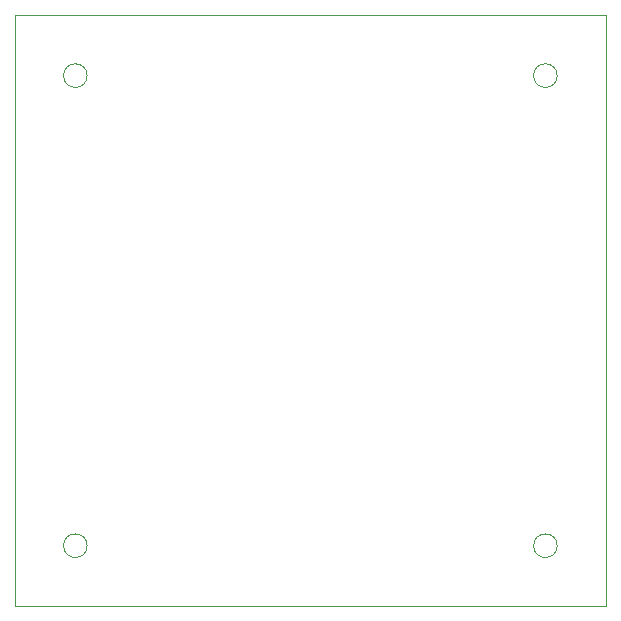
<source format=gbr>
%TF.GenerationSoftware,KiCad,Pcbnew,(5.1.4)-1*%
%TF.CreationDate,2019-12-20T15:52:10-07:00*%
%TF.ProjectId,SolarCell+Y,536f6c61-7243-4656-9c6c-2b592e6b6963,rev?*%
%TF.SameCoordinates,Original*%
%TF.FileFunction,Profile,NP*%
%FSLAX46Y46*%
G04 Gerber Fmt 4.6, Leading zero omitted, Abs format (unit mm)*
G04 Created by KiCad (PCBNEW (5.1.4)-1) date 2019-12-20 15:52:10*
%MOMM*%
%LPD*%
G04 APERTURE LIST*
%ADD10C,0.050000*%
G04 APERTURE END LIST*
D10*
X200000000Y-40000000D02*
X150000000Y-40000000D01*
X150000000Y-90000000D02*
X200000000Y-90000000D01*
X150000000Y-40000000D02*
X150000000Y-90000000D01*
X195900000Y-45100000D02*
G75*
G03X195900000Y-45100000I-1000000J0D01*
G01*
X156100000Y-84900000D02*
G75*
G03X156100000Y-84900000I-1000000J0D01*
G01*
X156100000Y-45100000D02*
G75*
G03X156100000Y-45100000I-1000000J0D01*
G01*
X195900000Y-84900000D02*
G75*
G03X195900000Y-84900000I-1000000J0D01*
G01*
X200000000Y-90000000D02*
X200000000Y-40000000D01*
M02*

</source>
